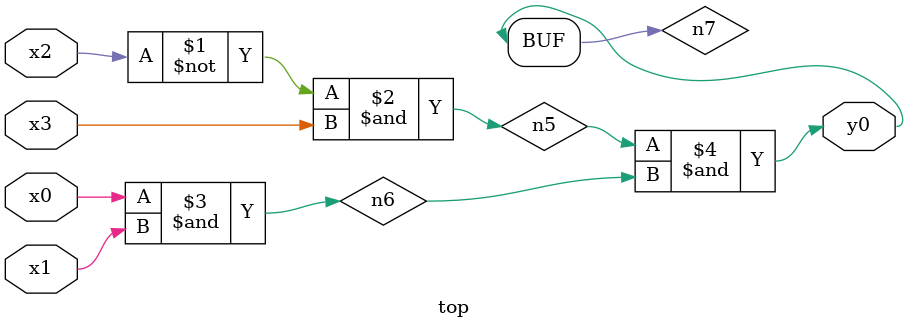
<source format=v>
module top( x0 , x1 , x2 , x3 , y0 );
  input x0 , x1 , x2 , x3 ;
  output y0 ;
  wire n5 , n6 , n7 ;
  assign n5 = ~x2 & x3 ;
  assign n6 = x0 & x1 ;
  assign n7 = n5 & n6 ;
  assign y0 = n7 ;
endmodule

</source>
